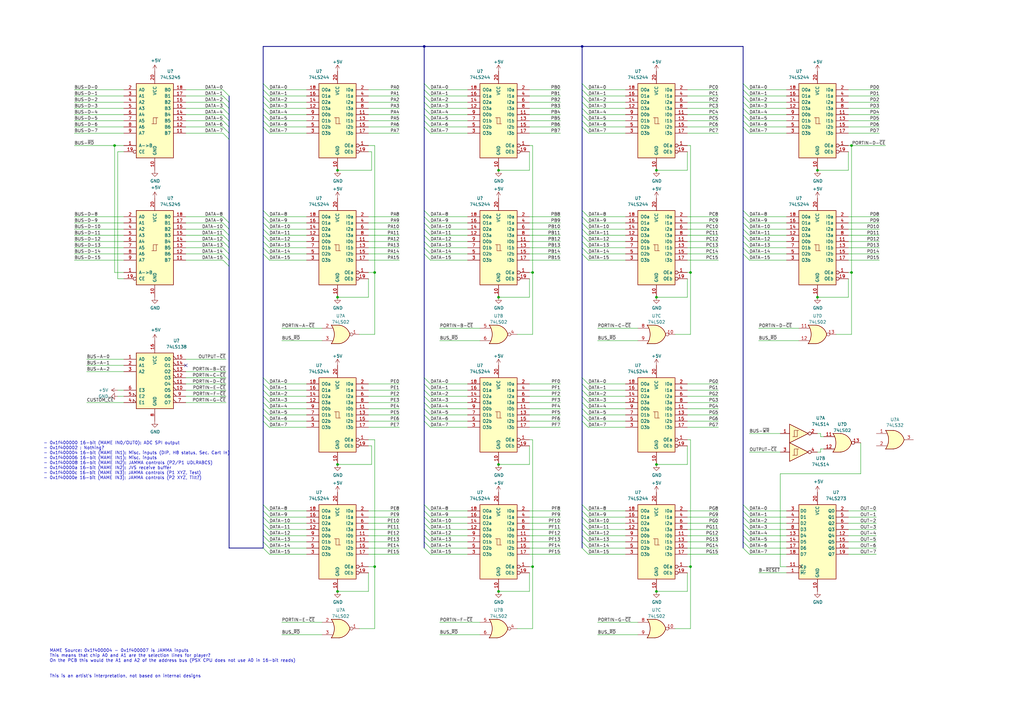
<source format=kicad_sch>
(kicad_sch (version 20211123) (generator eeschema)
  (paper "A3")
  (junction (at 138.43 121.92))
  (junction (at 204.47 69.85))
  (junction (at 335.28 69.85))
  (junction (at 238.76 19.05))
  (junction (at 204.47 121.92))
  (junction (at 269.24 242.57))
  (junction (at 204.47 190.5))
  (junction (at 138.43 190.5))
  (junction (at 153.67 232.41))
  (junction (at 269.24 190.5))
  (junction (at 335.28 121.92))
  (junction (at 349.25 59.69))
  (junction (at 269.24 69.85))
  (junction (at 173.99 19.05))
  (junction (at 283.21 111.76))
  (junction (at 138.43 69.85))
  (junction (at 269.24 121.92))
  (junction (at 283.21 232.41))
  (junction (at 204.47 242.57))
  (junction (at 46.99 59.69))
  (junction (at 349.25 111.76))
  (junction (at 450.85 123.19))
  (junction (at 218.44 232.41))
  (junction (at 218.44 111.76))
  (junction (at 153.67 111.76))
  (junction (at 138.43 242.57))
  (no_connect (at 76.2 149.86))
  (bus_entry (at 107.95 172.72) (size 2.54 2.54))
  (bus_entry (at 238.76 96.52) (size 2.54 2.54))
  (bus_entry (at 107.95 162.56) (size 2.54 2.54))
  (bus_entry (at 173.99 224.79) (size 2.54 2.54))
  (bus_entry (at 238.76 41.91) (size 2.54 2.54))
  (bus_entry (at 304.8 41.91) (size 2.54 2.54))
  (bus_entry (at 238.76 162.56) (size 2.54 2.54))
  (bus_entry (at 304.8 214.63) (size 2.54 2.54))
  (bus_entry (at 238.76 91.44) (size 2.54 2.54))
  (bus_entry (at 304.8 44.45) (size 2.54 2.54))
  (bus_entry (at 304.8 224.79) (size 2.54 2.54))
  (bus_entry (at 304.8 101.6) (size 2.54 2.54))
  (bus_entry (at 107.95 170.18) (size 2.54 2.54))
  (bus_entry (at 107.95 44.45) (size 2.54 2.54))
  (bus_entry (at 173.99 41.91) (size 2.54 2.54))
  (bus_entry (at 304.8 217.17) (size 2.54 2.54))
  (bus_entry (at 173.99 93.98) (size 2.54 2.54))
  (bus_entry (at 107.95 219.71) (size 2.54 2.54))
  (bus_entry (at 238.76 224.79) (size 2.54 2.54))
  (bus_entry (at 91.44 46.99) (size 2.54 2.54))
  (bus_entry (at 107.95 49.53) (size 2.54 2.54))
  (bus_entry (at 173.99 34.29) (size 2.54 2.54))
  (bus_entry (at 107.95 91.44) (size 2.54 2.54))
  (bus_entry (at 238.76 46.99) (size 2.54 2.54))
  (bus_entry (at 304.8 86.36) (size 2.54 2.54))
  (bus_entry (at 107.95 93.98) (size 2.54 2.54))
  (bus_entry (at 107.95 222.25) (size 2.54 2.54))
  (bus_entry (at 304.8 96.52) (size 2.54 2.54))
  (bus_entry (at 304.8 219.71) (size 2.54 2.54))
  (bus_entry (at 238.76 219.71) (size 2.54 2.54))
  (bus_entry (at 173.99 86.36) (size 2.54 2.54))
  (bus_entry (at 238.76 165.1) (size 2.54 2.54))
  (bus_entry (at 91.44 39.37) (size 2.54 2.54))
  (bus_entry (at 107.95 224.79) (size 2.54 2.54))
  (bus_entry (at 91.44 99.06) (size 2.54 2.54))
  (bus_entry (at 173.99 96.52) (size 2.54 2.54))
  (bus_entry (at 173.99 39.37) (size 2.54 2.54))
  (bus_entry (at 304.8 93.98) (size 2.54 2.54))
  (bus_entry (at 107.95 86.36) (size 2.54 2.54))
  (bus_entry (at 107.95 96.52) (size 2.54 2.54))
  (bus_entry (at 173.99 157.48) (size 2.54 2.54))
  (bus_entry (at 107.95 34.29) (size 2.54 2.54))
  (bus_entry (at 91.44 44.45) (size 2.54 2.54))
  (bus_entry (at 91.44 54.61) (size 2.54 2.54))
  (bus_entry (at 107.95 207.01) (size 2.54 2.54))
  (bus_entry (at 238.76 170.18) (size 2.54 2.54))
  (bus_entry (at 173.99 209.55) (size 2.54 2.54))
  (bus_entry (at 173.99 170.18) (size 2.54 2.54))
  (bus_entry (at 173.99 101.6) (size 2.54 2.54))
  (bus_entry (at 91.44 96.52) (size 2.54 2.54))
  (bus_entry (at 238.76 222.25) (size 2.54 2.54))
  (bus_entry (at 173.99 217.17) (size 2.54 2.54))
  (bus_entry (at 107.95 214.63) (size 2.54 2.54))
  (bus_entry (at 173.99 214.63) (size 2.54 2.54))
  (bus_entry (at 173.99 212.09) (size 2.54 2.54))
  (bus_entry (at 238.76 49.53) (size 2.54 2.54))
  (bus_entry (at 107.95 52.07) (size 2.54 2.54))
  (bus_entry (at 107.95 167.64) (size 2.54 2.54))
  (bus_entry (at 107.95 46.99) (size 2.54 2.54))
  (bus_entry (at 238.76 214.63) (size 2.54 2.54))
  (bus_entry (at 107.95 104.14) (size 2.54 2.54))
  (bus_entry (at 173.99 91.44) (size 2.54 2.54))
  (bus_entry (at 304.8 207.01) (size 2.54 2.54))
  (bus_entry (at 173.99 160.02) (size 2.54 2.54))
  (bus_entry (at 304.8 104.14) (size 2.54 2.54))
  (bus_entry (at 107.95 154.94) (size 2.54 2.54))
  (bus_entry (at 304.8 46.99) (size 2.54 2.54))
  (bus_entry (at 107.95 36.83) (size 2.54 2.54))
  (bus_entry (at 238.76 167.64) (size 2.54 2.54))
  (bus_entry (at 304.8 36.83) (size 2.54 2.54))
  (bus_entry (at 238.76 44.45) (size 2.54 2.54))
  (bus_entry (at 238.76 172.72) (size 2.54 2.54))
  (bus_entry (at 304.8 222.25) (size 2.54 2.54))
  (bus_entry (at 304.8 39.37) (size 2.54 2.54))
  (bus_entry (at 173.99 165.1) (size 2.54 2.54))
  (bus_entry (at 107.95 209.55) (size 2.54 2.54))
  (bus_entry (at 304.8 34.29) (size 2.54 2.54))
  (bus_entry (at 238.76 207.01) (size 2.54 2.54))
  (bus_entry (at 173.99 219.71) (size 2.54 2.54))
  (bus_entry (at 173.99 44.45) (size 2.54 2.54))
  (bus_entry (at 238.76 88.9) (size 2.54 2.54))
  (bus_entry (at 304.8 52.07) (size 2.54 2.54))
  (bus_entry (at 238.76 99.06) (size 2.54 2.54))
  (bus_entry (at 238.76 154.94) (size 2.54 2.54))
  (bus_entry (at 91.44 106.68) (size 2.54 2.54))
  (bus_entry (at 91.44 36.83) (size 2.54 2.54))
  (bus_entry (at 91.44 52.07) (size 2.54 2.54))
  (bus_entry (at 173.99 52.07) (size 2.54 2.54))
  (bus_entry (at 238.76 104.14) (size 2.54 2.54))
  (bus_entry (at 238.76 160.02) (size 2.54 2.54))
  (bus_entry (at 91.44 91.44) (size 2.54 2.54))
  (bus_entry (at 304.8 49.53) (size 2.54 2.54))
  (bus_entry (at 238.76 52.07) (size 2.54 2.54))
  (bus_entry (at 173.99 104.14) (size 2.54 2.54))
  (bus_entry (at 304.8 209.55) (size 2.54 2.54))
  (bus_entry (at 173.99 154.94) (size 2.54 2.54))
  (bus_entry (at 91.44 49.53) (size 2.54 2.54))
  (bus_entry (at 107.95 212.09) (size 2.54 2.54))
  (bus_entry (at 91.44 104.14) (size 2.54 2.54))
  (bus_entry (at 304.8 88.9) (size 2.54 2.54))
  (bus_entry (at 304.8 91.44) (size 2.54 2.54))
  (bus_entry (at 91.44 93.98) (size 2.54 2.54))
  (bus_entry (at 91.44 88.9) (size 2.54 2.54))
  (bus_entry (at 173.99 162.56) (size 2.54 2.54))
  (bus_entry (at 238.76 101.6) (size 2.54 2.54))
  (bus_entry (at 91.44 101.6) (size 2.54 2.54))
  (bus_entry (at 173.99 167.64) (size 2.54 2.54))
  (bus_entry (at 107.95 101.6) (size 2.54 2.54))
  (bus_entry (at 107.95 217.17) (size 2.54 2.54))
  (bus_entry (at 173.99 99.06) (size 2.54 2.54))
  (bus_entry (at 238.76 217.17) (size 2.54 2.54))
  (bus_entry (at 238.76 36.83) (size 2.54 2.54))
  (bus_entry (at 107.95 160.02) (size 2.54 2.54))
  (bus_entry (at 173.99 46.99) (size 2.54 2.54))
  (bus_entry (at 107.95 157.48) (size 2.54 2.54))
  (bus_entry (at 238.76 212.09) (size 2.54 2.54))
  (bus_entry (at 238.76 86.36) (size 2.54 2.54))
  (bus_entry (at 107.95 88.9) (size 2.54 2.54))
  (bus_entry (at 238.76 209.55) (size 2.54 2.54))
  (bus_entry (at 107.95 41.91) (size 2.54 2.54))
  (bus_entry (at 107.95 165.1) (size 2.54 2.54))
  (bus_entry (at 173.99 207.01) (size 2.54 2.54))
  (bus_entry (at 107.95 39.37) (size 2.54 2.54))
  (bus_entry (at 238.76 93.98) (size 2.54 2.54))
  (bus_entry (at 173.99 88.9) (size 2.54 2.54))
  (bus_entry (at 173.99 172.72) (size 2.54 2.54))
  (bus_entry (at 107.95 99.06) (size 2.54 2.54))
  (bus_entry (at 304.8 99.06) (size 2.54 2.54))
  (bus_entry (at 304.8 212.09) (size 2.54 2.54))
  (bus_entry (at 173.99 36.83) (size 2.54 2.54))
  (bus_entry (at 173.99 49.53) (size 2.54 2.54))
  (bus_entry (at 91.44 41.91) (size 2.54 2.54))
  (bus_entry (at 173.99 222.25) (size 2.54 2.54))
  (bus_entry (at 238.76 39.37) (size 2.54 2.54))
  (bus_entry (at 238.76 157.48) (size 2.54 2.54))
  (bus_entry (at 238.76 34.29) (size 2.54 2.54))
  (bus (pts (xy 93.98 49.53) (xy 93.98 52.07)))
  (wire (pts (xy 218.44 232.41) (xy 218.44 257.81)))
  (wire (pts (xy 176.53 212.09) (xy 191.77 212.09)))
  (wire (pts (xy 46.99 59.69) (xy 46.99 111.76)))
  (bus (pts (xy 173.99 86.36) (xy 173.99 88.9)))
  (wire (pts (xy 76.2 96.52) (xy 91.44 96.52)))
  (bus (pts (xy 93.98 224.79) (xy 107.95 224.79)))
  (wire (pts (xy 217.17 69.85) (xy 217.17 62.23)))
  (wire (pts (xy 110.49 227.33) (xy 125.73 227.33)))
  (bus (pts (xy 238.76 99.06) (xy 238.76 101.6)))
  (wire (pts (xy 48.26 114.3) (xy 50.8 114.3)))
  (wire (pts (xy 241.3 162.56) (xy 256.54 162.56)))
  (wire (pts (xy 335.28 177.8) (xy 336.55 177.8)))
  (wire (pts (xy 110.49 46.99) (xy 125.73 46.99)))
  (wire (pts (xy 180.34 139.7) (xy 196.85 139.7)))
  (wire (pts (xy 92.71 165.1) (xy 76.2 165.1)))
  (wire (pts (xy 151.13 106.68) (xy 163.83 106.68)))
  (wire (pts (xy 241.3 52.07) (xy 256.54 52.07)))
  (wire (pts (xy 110.49 99.06) (xy 125.73 99.06)))
  (wire (pts (xy 281.94 99.06) (xy 294.64 99.06)))
  (wire (pts (xy 204.47 242.57) (xy 217.17 242.57)))
  (wire (pts (xy 217.17 170.18) (xy 229.87 170.18)))
  (wire (pts (xy 151.13 232.41) (xy 153.67 232.41)))
  (wire (pts (xy 180.34 134.62) (xy 196.85 134.62)))
  (wire (pts (xy 281.94 104.14) (xy 294.64 104.14)))
  (wire (pts (xy 281.94 44.45) (xy 294.64 44.45)))
  (bus (pts (xy 304.8 217.17) (xy 304.8 219.71)))
  (bus (pts (xy 107.95 86.36) (xy 107.95 88.9)))
  (wire (pts (xy 444.5 138.43) (xy 455.93 138.43)))
  (wire (pts (xy 76.2 93.98) (xy 91.44 93.98)))
  (wire (pts (xy 30.48 88.9) (xy 50.8 88.9)))
  (wire (pts (xy 281.94 175.26) (xy 294.64 175.26)))
  (wire (pts (xy 217.17 93.98) (xy 229.87 93.98)))
  (wire (pts (xy 245.11 255.27) (xy 261.62 255.27)))
  (wire (pts (xy 241.3 41.91) (xy 256.54 41.91)))
  (bus (pts (xy 238.76 39.37) (xy 238.76 41.91)))
  (wire (pts (xy 347.98 52.07) (xy 360.68 52.07)))
  (bus (pts (xy 107.95 19.05) (xy 107.95 34.29)))
  (bus (pts (xy 238.76 209.55) (xy 238.76 212.09)))
  (bus (pts (xy 173.99 160.02) (xy 173.99 162.56)))
  (bus (pts (xy 304.8 91.44) (xy 304.8 93.98)))
  (bus (pts (xy 238.76 162.56) (xy 238.76 165.1)))
  (wire (pts (xy 480.06 146.05) (xy 468.63 146.05)))
  (wire (pts (xy 241.3 93.98) (xy 256.54 93.98)))
  (wire (pts (xy 110.49 172.72) (xy 125.73 172.72)))
  (wire (pts (xy 151.13 96.52) (xy 163.83 96.52)))
  (bus (pts (xy 107.95 49.53) (xy 107.95 52.07)))
  (wire (pts (xy 151.13 162.56) (xy 163.83 162.56)))
  (wire (pts (xy 281.94 49.53) (xy 294.64 49.53)))
  (wire (pts (xy 320.04 194.31) (xy 353.06 194.31)))
  (bus (pts (xy 304.8 209.55) (xy 304.8 212.09)))
  (bus (pts (xy 107.95 165.1) (xy 107.95 167.64)))
  (wire (pts (xy 151.13 224.79) (xy 163.83 224.79)))
  (wire (pts (xy 151.13 217.17) (xy 163.83 217.17)))
  (bus (pts (xy 173.99 212.09) (xy 173.99 214.63)))
  (bus (pts (xy 304.8 104.14) (xy 304.8 207.01)))
  (wire (pts (xy 151.13 227.33) (xy 163.83 227.33)))
  (wire (pts (xy 176.53 93.98) (xy 191.77 93.98)))
  (wire (pts (xy 176.53 104.14) (xy 191.77 104.14)))
  (wire (pts (xy 217.17 41.91) (xy 229.87 41.91)))
  (wire (pts (xy 480.06 113.03) (xy 468.63 113.03)))
  (bus (pts (xy 304.8 52.07) (xy 304.8 86.36)))
  (wire (pts (xy 176.53 41.91) (xy 191.77 41.91)))
  (wire (pts (xy 336.55 184.15) (xy 337.82 184.15)))
  (bus (pts (xy 107.95 46.99) (xy 107.95 49.53)))
  (wire (pts (xy 307.34 93.98) (xy 322.58 93.98)))
  (wire (pts (xy 110.49 91.44) (xy 125.73 91.44)))
  (wire (pts (xy 115.57 255.27) (xy 132.08 255.27)))
  (wire (pts (xy 217.17 222.25) (xy 229.87 222.25)))
  (wire (pts (xy 307.34 219.71) (xy 322.58 219.71)))
  (bus (pts (xy 173.99 39.37) (xy 173.99 41.91)))
  (bus (pts (xy 173.99 170.18) (xy 173.99 172.72)))
  (wire (pts (xy 176.53 157.48) (xy 191.77 157.48)))
  (wire (pts (xy 217.17 44.45) (xy 229.87 44.45)))
  (bus (pts (xy 107.95 96.52) (xy 107.95 99.06)))
  (wire (pts (xy 241.3 104.14) (xy 256.54 104.14)))
  (bus (pts (xy 107.95 44.45) (xy 107.95 46.99)))
  (wire (pts (xy 76.2 39.37) (xy 91.44 39.37)))
  (wire (pts (xy 281.94 217.17) (xy 294.64 217.17)))
  (wire (pts (xy 347.98 209.55) (xy 359.41 209.55)))
  (wire (pts (xy 281.94 36.83) (xy 294.64 36.83)))
  (bus (pts (xy 173.99 52.07) (xy 173.99 86.36)))
  (wire (pts (xy 110.49 222.25) (xy 125.73 222.25)))
  (wire (pts (xy 444.5 115.57) (xy 455.93 115.57)))
  (wire (pts (xy 347.98 91.44) (xy 360.68 91.44)))
  (bus (pts (xy 238.76 160.02) (xy 238.76 162.56)))
  (bus (pts (xy 107.95 222.25) (xy 107.95 224.79)))
  (wire (pts (xy 151.13 59.69) (xy 153.67 59.69)))
  (bus (pts (xy 173.99 157.48) (xy 173.99 160.02)))
  (wire (pts (xy 152.4 62.23) (xy 152.4 69.85)))
  (wire (pts (xy 138.43 242.57) (xy 151.13 242.57)))
  (wire (pts (xy 110.49 219.71) (xy 125.73 219.71)))
  (wire (pts (xy 110.49 101.6) (xy 125.73 101.6)))
  (wire (pts (xy 176.53 54.61) (xy 191.77 54.61)))
  (wire (pts (xy 444.5 110.49) (xy 455.93 110.49)))
  (wire (pts (xy 281.94 172.72) (xy 294.64 172.72)))
  (wire (pts (xy 217.17 106.68) (xy 229.87 106.68)))
  (bus (pts (xy 238.76 52.07) (xy 238.76 86.36)))
  (wire (pts (xy 30.48 106.68) (xy 50.8 106.68)))
  (wire (pts (xy 281.94 160.02) (xy 294.64 160.02)))
  (wire (pts (xy 176.53 170.18) (xy 191.77 170.18)))
  (wire (pts (xy 283.21 137.16) (xy 276.86 137.16)))
  (bus (pts (xy 107.95 219.71) (xy 107.95 222.25)))
  (wire (pts (xy 76.2 49.53) (xy 91.44 49.53)))
  (wire (pts (xy 347.98 227.33) (xy 359.41 227.33)))
  (wire (pts (xy 151.13 180.34) (xy 153.67 180.34)))
  (wire (pts (xy 92.71 147.32) (xy 76.2 147.32)))
  (wire (pts (xy 151.13 104.14) (xy 163.83 104.14)))
  (wire (pts (xy 241.3 217.17) (xy 256.54 217.17)))
  (wire (pts (xy 281.94 227.33) (xy 294.64 227.33)))
  (wire (pts (xy 218.44 180.34) (xy 217.17 180.34)))
  (bus (pts (xy 238.76 217.17) (xy 238.76 219.71)))
  (wire (pts (xy 218.44 111.76) (xy 218.44 137.16)))
  (wire (pts (xy 115.57 134.62) (xy 132.08 134.62)))
  (bus (pts (xy 304.8 93.98) (xy 304.8 96.52)))
  (bus (pts (xy 107.95 99.06) (xy 107.95 101.6)))
  (wire (pts (xy 281.94 232.41) (xy 283.21 232.41)))
  (wire (pts (xy 151.13 167.64) (xy 163.83 167.64)))
  (wire (pts (xy 151.13 121.92) (xy 151.13 114.3)))
  (wire (pts (xy 450.85 125.73) (xy 450.85 123.19)))
  (wire (pts (xy 281.94 224.79) (xy 294.64 224.79)))
  (wire (pts (xy 241.3 170.18) (xy 256.54 170.18)))
  (bus (pts (xy 107.95 167.64) (xy 107.95 170.18)))
  (wire (pts (xy 347.98 96.52) (xy 360.68 96.52)))
  (wire (pts (xy 217.17 190.5) (xy 217.17 182.88)))
  (bus (pts (xy 304.8 86.36) (xy 304.8 88.9)))
  (bus (pts (xy 238.76 93.98) (xy 238.76 96.52)))
  (bus (pts (xy 93.98 91.44) (xy 93.98 93.98)))
  (wire (pts (xy 281.94 165.1) (xy 294.64 165.1)))
  (wire (pts (xy 307.34 39.37) (xy 322.58 39.37)))
  (wire (pts (xy 176.53 222.25) (xy 191.77 222.25)))
  (wire (pts (xy 217.17 101.6) (xy 229.87 101.6)))
  (wire (pts (xy 480.06 100.33) (xy 468.63 100.33)))
  (bus (pts (xy 173.99 217.17) (xy 173.99 219.71)))
  (wire (pts (xy 176.53 224.79) (xy 191.77 224.79)))
  (bus (pts (xy 238.76 104.14) (xy 238.76 154.94)))
  (wire (pts (xy 245.11 139.7) (xy 261.62 139.7)))
  (wire (pts (xy 307.34 214.63) (xy 322.58 214.63)))
  (wire (pts (xy 217.17 209.55) (xy 229.87 209.55)))
  (wire (pts (xy 110.49 36.83) (xy 125.73 36.83)))
  (wire (pts (xy 217.17 212.09) (xy 229.87 212.09)))
  (wire (pts (xy 151.13 91.44) (xy 163.83 91.44)))
  (wire (pts (xy 241.3 49.53) (xy 256.54 49.53)))
  (bus (pts (xy 107.95 157.48) (xy 107.95 160.02)))
  (bus (pts (xy 304.8 222.25) (xy 304.8 224.79)))
  (wire (pts (xy 347.98 104.14) (xy 360.68 104.14)))
  (wire (pts (xy 347.98 46.99) (xy 360.68 46.99)))
  (wire (pts (xy 176.53 209.55) (xy 191.77 209.55)))
  (wire (pts (xy 218.44 137.16) (xy 212.09 137.16)))
  (wire (pts (xy 241.3 172.72) (xy 256.54 172.72)))
  (wire (pts (xy 217.17 162.56) (xy 229.87 162.56)))
  (wire (pts (xy 217.17 52.07) (xy 229.87 52.07)))
  (wire (pts (xy 283.21 232.41) (xy 283.21 257.81)))
  (wire (pts (xy 241.3 54.61) (xy 256.54 54.61)))
  (wire (pts (xy 110.49 39.37) (xy 125.73 39.37)))
  (bus (pts (xy 238.76 88.9) (xy 238.76 91.44)))
  (wire (pts (xy 444.5 140.97) (xy 455.93 140.97)))
  (bus (pts (xy 93.98 46.99) (xy 93.98 49.53)))
  (wire (pts (xy 151.13 46.99) (xy 163.83 46.99)))
  (wire (pts (xy 347.98 101.6) (xy 360.68 101.6)))
  (wire (pts (xy 151.13 242.57) (xy 151.13 234.95)))
  (wire (pts (xy 281.94 88.9) (xy 294.64 88.9)))
  (wire (pts (xy 336.55 179.07) (xy 336.55 177.8)))
  (wire (pts (xy 76.2 99.06) (xy 91.44 99.06)))
  (wire (pts (xy 92.71 152.4) (xy 76.2 152.4)))
  (wire (pts (xy 455.93 128.27) (xy 455.93 127)))
  (bus (pts (xy 238.76 212.09) (xy 238.76 214.63)))
  (wire (pts (xy 151.13 44.45) (xy 163.83 44.45)))
  (wire (pts (xy 92.71 157.48) (xy 76.2 157.48)))
  (wire (pts (xy 455.93 127) (xy 450.85 127)))
  (wire (pts (xy 76.2 91.44) (xy 91.44 91.44)))
  (wire (pts (xy 444.5 130.81) (xy 455.93 130.81)))
  (wire (pts (xy 307.34 99.06) (xy 322.58 99.06)))
  (bus (pts (xy 173.99 209.55) (xy 173.99 212.09)))
  (wire (pts (xy 76.2 46.99) (xy 91.44 46.99)))
  (wire (pts (xy 281.94 93.98) (xy 294.64 93.98)))
  (bus (pts (xy 238.76 170.18) (xy 238.76 172.72)))
  (wire (pts (xy 176.53 101.6) (xy 191.77 101.6)))
  (wire (pts (xy 347.98 99.06) (xy 360.68 99.06)))
  (wire (pts (xy 281.94 162.56) (xy 294.64 162.56)))
  (wire (pts (xy 176.53 46.99) (xy 191.77 46.99)))
  (bus (pts (xy 238.76 167.64) (xy 238.76 170.18)))
  (wire (pts (xy 217.17 242.57) (xy 217.17 234.95)))
  (bus (pts (xy 173.99 99.06) (xy 173.99 101.6)))
  (wire (pts (xy 444.5 102.87) (xy 455.93 102.87)))
  (wire (pts (xy 217.17 36.83) (xy 229.87 36.83)))
  (wire (pts (xy 218.44 59.69) (xy 217.17 59.69)))
  (wire (pts (xy 176.53 160.02) (xy 191.77 160.02)))
  (wire (pts (xy 110.49 170.18) (xy 125.73 170.18)))
  (wire (pts (xy 480.06 118.11) (xy 468.63 118.11)))
  (bus (pts (xy 173.99 36.83) (xy 173.99 39.37)))
  (wire (pts (xy 115.57 139.7) (xy 132.08 139.7)))
  (wire (pts (xy 92.71 160.02) (xy 76.2 160.02)))
  (wire (pts (xy 241.3 46.99) (xy 256.54 46.99)))
  (bus (pts (xy 173.99 101.6) (xy 173.99 104.14)))
  (wire (pts (xy 176.53 36.83) (xy 191.77 36.83)))
  (bus (pts (xy 107.95 162.56) (xy 107.95 165.1)))
  (wire (pts (xy 307.34 49.53) (xy 322.58 49.53)))
  (wire (pts (xy 444.5 105.41) (xy 455.93 105.41)))
  (wire (pts (xy 151.13 170.18) (xy 163.83 170.18)))
  (wire (pts (xy 241.3 101.6) (xy 256.54 101.6)))
  (wire (pts (xy 48.26 62.23) (xy 48.26 114.3)))
  (wire (pts (xy 269.24 121.92) (xy 281.94 121.92)))
  (wire (pts (xy 241.3 214.63) (xy 256.54 214.63)))
  (wire (pts (xy 110.49 49.53) (xy 125.73 49.53)))
  (bus (pts (xy 173.99 167.64) (xy 173.99 170.18)))
  (wire (pts (xy 110.49 157.48) (xy 125.73 157.48)))
  (bus (pts (xy 304.8 99.06) (xy 304.8 101.6)))
  (wire (pts (xy 241.3 167.64) (xy 256.54 167.64)))
  (bus (pts (xy 238.76 19.05) (xy 173.99 19.05)))
  (wire (pts (xy 337.82 179.07) (xy 336.55 179.07)))
  (wire (pts (xy 50.8 149.86) (xy 35.56 149.86)))
  (bus (pts (xy 238.76 222.25) (xy 238.76 224.79)))
  (wire (pts (xy 241.3 175.26) (xy 256.54 175.26)))
  (wire (pts (xy 217.17 227.33) (xy 229.87 227.33)))
  (bus (pts (xy 238.76 19.05) (xy 238.76 34.29)))
  (wire (pts (xy 480.06 105.41) (xy 468.63 105.41)))
  (wire (pts (xy 176.53 39.37) (xy 191.77 39.37)))
  (wire (pts (xy 217.17 165.1) (xy 229.87 165.1)))
  (wire (pts (xy 217.17 88.9) (xy 229.87 88.9)))
  (bus (pts (xy 93.98 96.52) (xy 93.98 99.06)))
  (wire (pts (xy 241.3 44.45) (xy 256.54 44.45)))
  (bus (pts (xy 304.8 207.01) (xy 304.8 209.55)))
  (bus (pts (xy 93.98 39.37) (xy 93.98 41.91)))
  (wire (pts (xy 245.11 260.35) (xy 261.62 260.35)))
  (wire (pts (xy 241.3 219.71) (xy 256.54 219.71)))
  (wire (pts (xy 468.63 128.27) (xy 473.71 128.27)))
  (wire (pts (xy 151.13 182.88) (xy 152.4 182.88)))
  (wire (pts (xy 176.53 106.68) (xy 191.77 106.68)))
  (wire (pts (xy 281.94 209.55) (xy 294.64 209.55)))
  (wire (pts (xy 307.34 91.44) (xy 322.58 91.44)))
  (bus (pts (xy 304.8 96.52) (xy 304.8 99.06)))
  (bus (pts (xy 107.95 209.55) (xy 107.95 212.09)))
  (wire (pts (xy 281.94 54.61) (xy 294.64 54.61)))
  (wire (pts (xy 48.26 160.02) (xy 50.8 160.02)))
  (bus (pts (xy 93.98 104.14) (xy 93.98 106.68)))
  (wire (pts (xy 241.3 209.55) (xy 256.54 209.55)))
  (wire (pts (xy 217.17 121.92) (xy 217.17 114.3)))
  (bus (pts (xy 238.76 46.99) (xy 238.76 49.53)))
  (wire (pts (xy 176.53 214.63) (xy 191.77 214.63)))
  (wire (pts (xy 444.5 146.05) (xy 455.93 146.05)))
  (wire (pts (xy 176.53 99.06) (xy 191.77 99.06)))
  (wire (pts (xy 217.17 99.06) (xy 229.87 99.06)))
  (wire (pts (xy 76.2 88.9) (xy 91.44 88.9)))
  (wire (pts (xy 281.94 101.6) (xy 294.64 101.6)))
  (bus (pts (xy 173.99 34.29) (xy 173.99 36.83)))
  (wire (pts (xy 444.5 118.11) (xy 455.93 118.11)))
  (wire (pts (xy 110.49 88.9) (xy 125.73 88.9)))
  (wire (pts (xy 110.49 162.56) (xy 125.73 162.56)))
  (wire (pts (xy 151.13 54.61) (xy 163.83 54.61)))
  (wire (pts (xy 281.94 96.52) (xy 294.64 96.52)))
  (bus (pts (xy 238.76 165.1) (xy 238.76 167.64)))
  (wire (pts (xy 76.2 106.68) (xy 91.44 106.68)))
  (bus (pts (xy 93.98 109.22) (xy 93.98 224.79)))
  (wire (pts (xy 217.17 219.71) (xy 229.87 219.71)))
  (wire (pts (xy 480.06 102.87) (xy 468.63 102.87)))
  (wire (pts (xy 217.17 91.44) (xy 229.87 91.44)))
  (wire (pts (xy 151.13 99.06) (xy 163.83 99.06)))
  (wire (pts (xy 30.48 36.83) (xy 50.8 36.83)))
  (wire (pts (xy 110.49 214.63) (xy 125.73 214.63)))
  (wire (pts (xy 307.34 46.99) (xy 322.58 46.99)))
  (wire (pts (xy 204.47 121.92) (xy 217.17 121.92)))
  (wire (pts (xy 218.44 257.81) (xy 212.09 257.81)))
  (wire (pts (xy 152.4 182.88) (xy 152.4 190.5)))
  (wire (pts (xy 241.3 160.02) (xy 256.54 160.02)))
  (bus (pts (xy 238.76 172.72) (xy 238.76 207.01)))
  (bus (pts (xy 238.76 44.45) (xy 238.76 46.99)))
  (wire (pts (xy 92.71 154.94) (xy 76.2 154.94)))
  (wire (pts (xy 180.34 260.35) (xy 196.85 260.35)))
  (wire (pts (xy 217.17 214.63) (xy 229.87 214.63)))
  (bus (pts (xy 173.99 104.14) (xy 173.99 154.94)))
  (wire (pts (xy 241.3 157.48) (xy 256.54 157.48)))
  (bus (pts (xy 107.95 39.37) (xy 107.95 41.91)))
  (bus (pts (xy 238.76 49.53) (xy 238.76 52.07)))
  (wire (pts (xy 50.8 152.4) (xy 35.56 152.4)))
  (wire (pts (xy 110.49 54.61) (xy 125.73 54.61)))
  (bus (pts (xy 173.99 49.53) (xy 173.99 52.07)))
  (bus (pts (xy 107.95 212.09) (xy 107.95 214.63)))
  (wire (pts (xy 480.06 115.57) (xy 468.63 115.57)))
  (bus (pts (xy 173.99 165.1) (xy 173.99 167.64)))
  (wire (pts (xy 153.67 180.34) (xy 153.67 232.41)))
  (wire (pts (xy 76.2 36.83) (xy 91.44 36.83)))
  (bus (pts (xy 304.8 212.09) (xy 304.8 214.63)))
  (wire (pts (xy 347.98 219.71) (xy 359.41 219.71)))
  (wire (pts (xy 347.98 212.09) (xy 359.41 212.09)))
  (wire (pts (xy 30.48 96.52) (xy 50.8 96.52)))
  (wire (pts (xy 353.06 181.61) (xy 353.06 194.31)))
  (bus (pts (xy 173.99 44.45) (xy 173.99 46.99)))
  (wire (pts (xy 307.34 222.25) (xy 322.58 222.25)))
  (wire (pts (xy 110.49 167.64) (xy 125.73 167.64)))
  (wire (pts (xy 76.2 52.07) (xy 91.44 52.07)))
  (bus (pts (xy 93.98 93.98) (xy 93.98 96.52)))
  (wire (pts (xy 455.93 99.06) (xy 455.93 100.33)))
  (wire (pts (xy 153.67 257.81) (xy 147.32 257.81)))
  (wire (pts (xy 110.49 41.91) (xy 125.73 41.91)))
  (bus (pts (xy 238.76 86.36) (xy 238.76 88.9)))
  (wire (pts (xy 176.53 167.64) (xy 191.77 167.64)))
  (wire (pts (xy 151.13 111.76) (xy 153.67 111.76)))
  (wire (pts (xy 444.5 120.65) (xy 455.93 120.65)))
  (wire (pts (xy 110.49 209.55) (xy 125.73 209.55)))
  (wire (pts (xy 176.53 219.71) (xy 191.77 219.71)))
  (bus (pts (xy 238.76 207.01) (xy 238.76 209.55)))
  (wire (pts (xy 347.98 111.76) (xy 349.25 111.76)))
  (wire (pts (xy 444.5 113.03) (xy 455.93 113.03)))
  (wire (pts (xy 241.3 39.37) (xy 256.54 39.37)))
  (wire (pts (xy 151.13 219.71) (xy 163.83 219.71)))
  (wire (pts (xy 153.67 111.76) (xy 153.67 137.16)))
  (wire (pts (xy 281.94 167.64) (xy 294.64 167.64)))
  (bus (pts (xy 304.8 34.29) (xy 304.8 36.83)))
  (wire (pts (xy 151.13 160.02) (xy 163.83 160.02)))
  (bus (pts (xy 304.8 101.6) (xy 304.8 104.14)))
  (bus (pts (xy 107.95 214.63) (xy 107.95 217.17)))
  (wire (pts (xy 281.94 111.76) (xy 283.21 111.76)))
  (bus (pts (xy 238.76 41.91) (xy 238.76 44.45)))
  (wire (pts (xy 473.71 125.73) (xy 468.63 125.73)))
  (wire (pts (xy 151.13 172.72) (xy 163.83 172.72)))
  (wire (pts (xy 217.17 104.14) (xy 229.87 104.14)))
  (wire (pts (xy 336.55 185.42) (xy 336.55 184.15)))
  (bus (pts (xy 107.95 88.9) (xy 107.95 91.44)))
  (bus (pts (xy 93.98 41.91) (xy 93.98 44.45)))
  (wire (pts (xy 281.94 214.63) (xy 294.64 214.63)))
  (wire (pts (xy 281.94 41.91) (xy 294.64 41.91)))
  (bus (pts (xy 173.99 207.01) (xy 173.99 209.55)))
  (bus (pts (xy 93.98 52.07) (xy 93.98 54.61)))
  (wire (pts (xy 241.3 224.79) (xy 256.54 224.79)))
  (wire (pts (xy 217.17 49.53) (xy 229.87 49.53)))
  (wire (pts (xy 151.13 214.63) (xy 163.83 214.63)))
  (bus (pts (xy 173.99 219.71) (xy 173.99 222.25)))
  (wire (pts (xy 307.34 101.6) (xy 322.58 101.6)))
  (wire (pts (xy 241.3 165.1) (xy 256.54 165.1)))
  (bus (pts (xy 107.95 52.07) (xy 107.95 86.36)))
  (wire (pts (xy 138.43 121.92) (xy 151.13 121.92)))
  (wire (pts (xy 46.99 59.69) (xy 30.48 59.69)))
  (wire (pts (xy 347.98 41.91) (xy 360.68 41.91)))
  (wire (pts (xy 283.21 111.76) (xy 283.21 137.16)))
  (wire (pts (xy 335.28 69.85) (xy 347.98 69.85)))
  (bus (pts (xy 173.99 19.05) (xy 173.99 34.29)))
  (wire (pts (xy 245.11 134.62) (xy 261.62 134.62)))
  (wire (pts (xy 281.94 91.44) (xy 294.64 91.44)))
  (wire (pts (xy 151.13 41.91) (xy 163.83 41.91)))
  (bus (pts (xy 304.8 19.05) (xy 304.8 34.29)))
  (wire (pts (xy 320.04 185.42) (xy 307.34 185.42)))
  (bus (pts (xy 107.95 160.02) (xy 107.95 162.56)))
  (bus (pts (xy 173.99 88.9) (xy 173.99 91.44)))
  (wire (pts (xy 349.25 59.69) (xy 363.22 59.69)))
  (bus (pts (xy 238.76 154.94) (xy 238.76 157.48)))
  (wire (pts (xy 204.47 190.5) (xy 217.17 190.5)))
  (wire (pts (xy 241.3 91.44) (xy 256.54 91.44)))
  (wire (pts (xy 480.06 123.19) (xy 468.63 123.19)))
  (bus (pts (xy 107.95 170.18) (xy 107.95 172.72)))
  (bus (pts (xy 238.76 219.71) (xy 238.76 222.25)))
  (wire (pts (xy 347.98 49.53) (xy 360.68 49.53)))
  (wire (pts (xy 76.2 41.91) (xy 91.44 41.91)))
  (wire (pts (xy 281.94 222.25) (xy 294.64 222.25)))
  (wire (pts (xy 151.13 88.9) (xy 163.83 88.9)))
  (wire (pts (xy 281.94 182.88) (xy 281.94 190.5)))
  (wire (pts (xy 217.17 96.52) (xy 229.87 96.52)))
  (wire (pts (xy 281.94 219.71) (xy 294.64 219.71)))
  (bus (pts (xy 173.99 19.05) (xy 107.95 19.05)))
  (wire (pts (xy 110.49 96.52) (xy 125.73 96.52)))
  (wire (pts (xy 307.34 224.79) (xy 322.58 224.79)))
  (wire (pts (xy 217.17 175.26) (xy 229.87 175.26)))
  (bus (pts (xy 304.8 39.37) (xy 304.8 41.91)))
  (wire (pts (xy 241.3 96.52) (xy 256.54 96.52)))
  (wire (pts (xy 180.34 255.27) (xy 196.85 255.27)))
  (wire (pts (xy 217.17 157.48) (xy 229.87 157.48)))
  (wire (pts (xy 176.53 88.9) (xy 191.77 88.9)))
  (wire (pts (xy 176.53 175.26) (xy 191.77 175.26)))
  (bus (pts (xy 173.99 93.98) (xy 173.99 96.52)))
  (wire (pts (xy 217.17 46.99) (xy 229.87 46.99)))
  (wire (pts (xy 30.48 49.53) (xy 50.8 49.53)))
  (bus (pts (xy 304.8 219.71) (xy 304.8 222.25)))
  (bus (pts (xy 107.95 93.98) (xy 107.95 96.52)))
  (wire (pts (xy 151.13 157.48) (xy 163.83 157.48)))
  (wire (pts (xy 480.06 107.95) (xy 468.63 107.95)))
  (wire (pts (xy 48.26 162.56) (xy 50.8 162.56)))
  (bus (pts (xy 93.98 44.45) (xy 93.98 46.99)))
  (wire (pts (xy 241.3 106.68) (xy 256.54 106.68)))
  (wire (pts (xy 444.5 133.35) (xy 455.93 133.35)))
  (wire (pts (xy 218.44 232.41) (xy 218.44 180.34)))
  (wire (pts (xy 50.8 62.23) (xy 48.26 62.23)))
  (wire (pts (xy 455.93 99.06) (xy 450.85 99.06)))
  (wire (pts (xy 176.53 52.07) (xy 191.77 52.07)))
  (bus (pts (xy 107.95 91.44) (xy 107.95 93.98)))
  (wire (pts (xy 30.48 44.45) (xy 50.8 44.45)))
  (wire (pts (xy 281.94 170.18) (xy 294.64 170.18)))
  (bus (pts (xy 173.99 154.94) (xy 173.99 157.48)))
  (bus (pts (xy 304.8 19.05) (xy 238.76 19.05)))
  (wire (pts (xy 217.17 54.61) (xy 229.87 54.61)))
  (bus (pts (xy 107.95 154.94) (xy 107.95 157.48)))
  (wire (pts (xy 283.21 180.34) (xy 283.21 232.41)))
  (wire (pts (xy 307.34 217.17) (xy 322.58 217.17)))
  (wire (pts (xy 50.8 165.1) (xy 35.56 165.1)))
  (bus (pts (xy 304.8 46.99) (xy 304.8 49.53)))
  (wire (pts (xy 151.13 36.83) (xy 163.83 36.83)))
  (wire (pts (xy 50.8 59.69) (xy 46.99 59.69)))
  (wire (pts (xy 444.5 107.95) (xy 455.93 107.95)))
  (wire (pts (xy 176.53 217.17) (xy 191.77 217.17)))
  (wire (pts (xy 76.2 104.14) (xy 91.44 104.14)))
  (wire (pts (xy 349.25 137.16) (xy 342.9 137.16)))
  (wire (pts (xy 30.48 52.07) (xy 50.8 52.07)))
  (wire (pts (xy 76.2 101.6) (xy 91.44 101.6)))
  (wire (pts (xy 151.13 62.23) (xy 152.4 62.23)))
  (bus (pts (xy 238.76 36.83) (xy 238.76 39.37)))
  (wire (pts (xy 347.98 222.25) (xy 359.41 222.25)))
  (wire (pts (xy 335.28 121.92) (xy 347.98 121.92)))
  (bus (pts (xy 107.95 36.83) (xy 107.95 39.37)))
  (wire (pts (xy 176.53 91.44) (xy 191.77 91.44)))
  (wire (pts (xy 151.13 222.25) (xy 163.83 222.25)))
  (wire (pts (xy 217.17 111.76) (xy 218.44 111.76)))
  (wire (pts (xy 176.53 227.33) (xy 191.77 227.33)))
  (wire (pts (xy 307.34 104.14) (xy 322.58 104.14)))
  (bus (pts (xy 304.8 44.45) (xy 304.8 46.99)))
  (wire (pts (xy 151.13 52.07) (xy 163.83 52.07)))
  (wire (pts (xy 347.98 217.17) (xy 359.41 217.17)))
  (bus (pts (xy 173.99 162.56) (xy 173.99 165.1)))
  (bus (pts (xy 93.98 106.68) (xy 93.98 109.22)))
  (wire (pts (xy 322.58 234.95) (xy 311.15 234.95)))
  (wire (pts (xy 153.67 232.41) (xy 153.67 257.81)))
  (wire (pts (xy 307.34 54.61) (xy 322.58 54.61)))
  (wire (pts (xy 468.63 148.59) (xy 473.71 148.59)))
  (wire (pts (xy 153.67 137.16) (xy 147.32 137.16)))
  (wire (pts (xy 281.94 180.34) (xy 283.21 180.34)))
  (wire (pts (xy 217.17 217.17) (xy 229.87 217.17)))
  (wire (pts (xy 110.49 165.1) (xy 125.73 165.1)))
  (bus (pts (xy 304.8 36.83) (xy 304.8 39.37)))
  (wire (pts (xy 335.28 185.42) (xy 336.55 185.42)))
  (wire (pts (xy 110.49 217.17) (xy 125.73 217.17)))
  (wire (pts (xy 347.98 88.9) (xy 360.68 88.9)))
  (wire (pts (xy 217.17 160.02) (xy 229.87 160.02)))
  (bus (pts (xy 238.76 96.52) (xy 238.76 99.06)))
  (wire (pts (xy 30.48 54.61) (xy 50.8 54.61)))
  (wire (pts (xy 76.2 54.61) (xy 91.44 54.61)))
  (wire (pts (xy 30.48 104.14) (xy 50.8 104.14)))
  (wire (pts (xy 281.94 212.09) (xy 294.64 212.09)))
  (wire (pts (xy 110.49 224.79) (xy 125.73 224.79)))
  (wire (pts (xy 30.48 46.99) (xy 50.8 46.99)))
  (wire (pts (xy 204.47 69.85) (xy 217.17 69.85)))
  (wire (pts (xy 307.34 52.07) (xy 322.58 52.07)))
  (bus (pts (xy 238.76 214.63) (xy 238.76 217.17)))
  (wire (pts (xy 307.34 227.33) (xy 322.58 227.33)))
  (wire (pts (xy 115.57 260.35) (xy 132.08 260.35)))
  (wire (pts (xy 281.94 106.68) (xy 294.64 106.68)))
  (bus (pts (xy 107.95 104.14) (xy 107.95 154.94)))
  (wire (pts (xy 347.98 93.98) (xy 360.68 93.98)))
  (wire (pts (xy 241.3 36.83) (xy 256.54 36.83)))
  (wire (pts (xy 347.98 39.37) (xy 360.68 39.37)))
  (wire (pts (xy 444.5 135.89) (xy 455.93 135.89)))
  (wire (pts (xy 30.48 39.37) (xy 50.8 39.37)))
  (wire (pts (xy 217.17 39.37) (xy 229.87 39.37)))
  (wire (pts (xy 480.06 110.49) (xy 468.63 110.49)))
  (wire (pts (xy 307.34 41.91) (xy 322.58 41.91)))
  (wire (pts (xy 307.34 177.8) (xy 320.04 177.8)))
  (wire (pts (xy 347.98 44.45) (xy 360.68 44.45)))
  (wire (pts (xy 307.34 209.55) (xy 322.58 209.55)))
  (wire (pts (xy 176.53 44.45) (xy 191.77 44.45)))
  (wire (pts (xy 176.53 165.1) (xy 191.77 165.1)))
  (bus (pts (xy 173.99 96.52) (xy 173.99 99.06)))
  (wire (pts (xy 311.15 134.62) (xy 327.66 134.62)))
  (wire (pts (xy 151.13 175.26) (xy 163.83 175.26)))
  (wire (pts (xy 92.71 162.56) (xy 76.2 162.56)))
  (wire (pts (xy 176.53 49.53) (xy 191.77 49.53)))
  (wire (pts (xy 347.98 54.61) (xy 360.68 54.61)))
  (wire (pts (xy 347.98 214.63) (xy 359.41 214.63)))
  (wire (pts (xy 347.98 59.69) (xy 349.25 59.69)))
  (bus (pts (xy 107.95 34.29) (xy 107.95 36.83)))
  (wire (pts (xy 76.2 44.45) (xy 91.44 44.45)))
  (bus (pts (xy 304.8 41.91) (xy 304.8 44.45)))
  (wire (pts (xy 347.98 106.68) (xy 360.68 106.68)))
  (wire (pts (xy 307.34 44.45) (xy 322.58 44.45)))
  (bus (pts (xy 173.99 46.99) (xy 173.99 49.53)))
  (bus (pts (xy 93.98 57.15) (xy 93.98 91.44)))
  (wire (pts (xy 281.94 190.5) (xy 269.24 190.5)))
  (wire (pts (xy 320.04 232.41) (xy 320.04 194.31)))
  (wire (pts (xy 110.49 93.98) (xy 125.73 93.98)))
  (wire (pts (xy 281.94 39.37) (xy 294.64 39.37)))
  (wire (pts (xy 110.49 104.14) (xy 125.73 104.14)))
  (wire (pts (xy 347.98 121.92) (xy 347.98 114.3)))
  (wire (pts (xy 176.53 96.52) (xy 191.77 96.52)))
  (wire (pts (xy 50.8 147.32) (xy 35.56 147.32)))
  (bus (pts (xy 238.76 91.44) (xy 238.76 93.98)))
  (wire (pts (xy 110.49 175.26) (xy 125.73 175.26)))
  (wire (pts (xy 110.49 212.09) (xy 125.73 212.09)))
  (wire (pts (xy 281.94 69.85) (xy 269.24 69.85)))
  (wire (pts (xy 311.15 139.7) (xy 327.66 139.7)))
  (bus (pts (xy 93.98 101.6) (xy 93.98 104.14)))
  (bus (pts (xy 107.95 172.72) (xy 107.95 207.01)))
  (wire (pts (xy 241.3 212.09) (xy 256.54 212.09)))
  (wire (pts (xy 349.25 59.69) (xy 349.25 111.76)))
  (wire (pts (xy 152.4 190.5) (xy 138.43 190.5)))
  (wire (pts (xy 307.34 106.68) (xy 322.58 106.68)))
  (wire (pts (xy 30.48 91.44) (xy 50.8 91.44)))
  (wire (pts (xy 281.94 121.92) (xy 281.94 114.3)))
  (wire (pts (xy 151.13 209.55) (xy 163.83 209.55)))
  (wire (pts (xy 241.3 227.33) (xy 256.54 227.33)))
  (bus (pts (xy 238.76 157.48) (xy 238.76 160.02)))
  (wire (pts (xy 307.34 36.83) (xy 322.58 36.83)))
  (wire (pts (xy 281.94 157.48) (xy 294.64 157.48)))
  (wire (pts (xy 30.48 101.6) (xy 50.8 101.6)))
  (wire (pts (xy 269.24 242.57) (xy 281.94 242.57)))
  (bus (pts (xy 93.98 99.06) (xy 93.98 101.6)))
  (wire (pts (xy 217.17 172.72) (xy 229.87 172.72)))
  (bus (pts (xy 107.95 207.01) (xy 107.95 209.55)))
  (wire (pts (xy 151.13 101.6) (xy 163.83 101.6)))
  (wire (pts (xy 30.48 41.91) (xy 50.8 41.91)))
  (wire (pts (xy 283.21 257.81) (xy 276.86 257.81)))
  (wire (pts (xy 444.5 143.51) (xy 455.93 143.51)))
  (wire (pts (xy 347.98 69.85) (xy 347.98 62.23)))
  (wire (pts (xy 347.98 224.79) (xy 359.41 224.79)))
  (wire (pts (xy 241.3 222.25) (xy 256.54 222.25)))
  (wire (pts (xy 444.5 148.59) (xy 455.93 148.59)))
  (bus (pts (xy 107.95 217.17) (xy 107.95 219.71)))
  (wire (pts (xy 110.49 52.07) (xy 125.73 52.07)))
  (wire (pts (xy 30.48 93.98) (xy 50.8 93.98)))
  (wire (pts (xy 110.49 106.68) (xy 125.73 106.68)))
  (bus (pts (xy 107.95 41.91) (xy 107.95 44.45)))
  (wire (pts (xy 281.94 52.07) (xy 294.64 52.07)))
  (wire (pts (xy 176.53 172.72) (xy 191.77 172.72)))
  (wire (pts (xy 151.13 39.37) (xy 163.83 39.37)))
  (wire (pts (xy 455.93 125.73) (xy 450.85 125.73)))
  (wire (pts (xy 320.04 232.41) (xy 322.58 232.41)))
  (wire (pts (xy 152.4 69.85) (xy 138.43 69.85)))
  (wire (pts (xy 176.53 162.56) (xy 191.77 162.56)))
  (wire (pts (xy 241.3 88.9) (xy 256.54 88.9)))
  (wire (pts (xy 480.06 120.65) (xy 468.63 120.65)))
  (wire (pts (xy 307.34 88.9) (xy 322.58 88.9)))
  (wire (pts (xy 217.17 224.79) (xy 229.87 224.79)))
  (bus (pts (xy 304.8 88.9) (xy 304.8 91.44)))
  (wire (pts (xy 153.67 111.76) (xy 153.67 59.69)))
  (wire (pts (xy 307.34 212.09) (xy 322.58 212.09)))
  (wire (pts (xy 217.17 232.41) (xy 218.44 232.41)))
  (wire (pts (xy 218.44 111.76) (xy 218.44 59.69)))
  (bus (pts (xy 238.76 34.29) (xy 238.76 36.83)))
  (wire (pts (xy 281.94 242.57) (xy 281.94 234.95)))
  (wire (pts (xy 281.94 46.99) (xy 294.64 46.99)))
  (wire (pts (xy 307.34 96.52) (xy 322.58 96.52)))
  (bus (pts (xy 173.99 172.72) (xy 173.99 207.01)))
  (wire (pts (xy 151.13 49.53) (xy 163.83 49.53)))
  (wire (pts (xy 30.48 99.06) (xy 50.8 99.06)))
  (wire (pts (xy 151.13 93.98) (xy 163.83 93.98)))
  (wire (pts (xy 110.49 160.02) (xy 125.73 160.02)))
  (wire (pts (xy 349.25 111.76) (xy 349.25 137.16)))
  (wire (pts (xy 281.94 59.69) (xy 283.21 59.69)))
  (bus (pts (xy 304.8 49.53) (xy 304.8 52.07)))
  (bus (pts (xy 238.76 101.6) (xy 238.76 104.14)))
  (wire (pts (xy 283.21 59.69) (xy 283.21 111.76)))
  (wire (pts (xy 151.13 212.09) (xy 163.83 212.09)))
  (bus (pts (xy 173.99 214.63) (xy 173.99 217.17)))
  (bus (pts (xy 304.8 214.63) (xy 304.8 217.17)))
  (wire (pts (xy 347.98 36.83) (xy 360.68 36.83)))
  (wire (pts (xy 450.85 123.19) (xy 455.93 123.19)))
  (bus (pts (xy 173.99 91.44) (xy 173.99 93.98)))
  (wire (pts (xy 46.99 111.76) (xy 50.8 111.76)))
  (wire (pts (xy 151.13 165.1) (xy 163.83 165.1)))
  (wire (pts (xy 110.49 44.45) (xy 125.73 44.45)))
  (wire (pts (xy 241.3 99.06) (xy 256.54 99.06)))
  (bus (pts (xy 107.95 101.6) (xy 107.95 104.14)))
  (bus (pts (xy 173.99 222.25) (xy 173.99 224.79)))
  (bus (pts (xy 93.98 54.61) (xy 93.98 57.15)))
  (bus (pts (xy 173.99 41.91) (xy 173.99 44.45)))
  (wire (pts (xy 217.17 167.64) (xy 229.87 167.64)))
  (wire (pts (xy 281.94 62.23) (xy 281.94 69.85)))
  (text "This is an artist’s interpretation, not based on internal designs" (at 20.32 278.13 0) (effects (font (size 1.27 1.27)) (justify left bottom)))
  (text "MAME Source: 0x1f400004 - 0x1f400007 is JAMMA inputs\nThis means that chip A0 and A1 are the selection lines for player?\nOn the PCB this would the A1 and A2 of the address bus (PSX CPU does not use A0 in 16-bit reads)" (at 20.32 271.78 0) (effects (font (size 1.27 1.27)) (justify left bottom)))
  (text "- 0x1f400000 16-bit (MAME IN0/OUT0): ADC SPI output\n- 0x1f400002 : Nothing?\n- 0x1f400004 16-bit (MAME IN1): Misc. inputs (DIP, H8 status, Sec. Cart In)\n- 0x1f400006 16-bit (MAME IN1): Misc. inputs\n- 0x1f400008 16-bit (MAME IN2): JAMMA controls (P2/P1 UDLRABCS)\n- 0x1f40000a 16-bit (MAME IN2): JVS receive buffer\n- 0x1f40000c 16-bit (MAME IN3): JAMMA controls (P1 XYZ, Test)\n- 0x1f40000e 16-bit (MAME IN3): JAMMA controls (P2 XYZ, Tilt?)" (at 17.78 196.85 0) (effects (font (size 1.27 1.27)) (justify left bottom)))
  (label "PG1" (at 294.64 160.02 180))
  (label "DATA-3" (at 176.53 44.45 0))
  (label "PE15" (at 163.83 227.33 180))
  (label "DATA-1" (at 110.49 160.02 0))
  (label "PF2" (at 229.87 162.56 180))
  (label "PF1" (at 229.87 160.02 180))
  (label "PD9" (at 360.68 91.44 180))
  (label "PORTIN-B-~{CE}" (at 180.34 134.62 0))
  (label "OUTPUT-~{CE}" (at 92.71 147.32 180))
  (label "PG2" (at 294.64 162.56 180))
  (label "PB2" (at 229.87 41.91 180))
  (label "PORTIN-D-~{CE}" (at 311.15 134.62 0))
  (label "DATA-5" (at 307.34 222.25 0))
  (label "PD14" (at 360.68 104.14 180))
  (label "DATA-9" (at 241.3 212.09 0))
  (label "BUS-D-7" (at 30.48 54.61 0))
  (label "PE4" (at 163.83 167.64 180))
  (label "DATA-9" (at 307.34 91.44 0))
  (label "PG7" (at 294.64 175.26 180))
  (label "DATA-7" (at 176.53 54.61 0))
  (label "OUT-1" (at 359.41 212.09 180))
  (label "DATA-12" (at 241.3 99.06 0))
  (label "DATA-1" (at 307.34 212.09 0))
  (label "PA0" (at 163.83 36.83 180))
  (label "DATA-0" (at 176.53 36.83 0))
  (label "PORTIN-F-~{CE}" (at 92.71 162.56 180))
  (label "DATA-14" (at 241.3 104.14 0))
  (label "DATA-3" (at 176.53 165.1 0))
  (label "DATA-6" (at 176.53 172.72 0))
  (label "DATA-8" (at 110.49 88.9 0))
  (label "PA8" (at 163.83 88.9 180))
  (label "PC11" (at 294.64 96.52 180))
  (label "DATA-8" (at 91.44 88.9 180))
  (label "PA2" (at 163.83 41.91 180))
  (label "DATA-11" (at 241.3 96.52 0))
  (label "DATA-12" (at 110.49 219.71 0))
  (label "DATA-10" (at 176.53 214.63 0))
  (label "DATA-4" (at 110.49 167.64 0))
  (label "PB15" (at 229.87 106.68 180))
  (label "DATA-10" (at 444.5 135.89 0))
  (label "DATA-8" (at 241.3 209.55 0))
  (label "DATA-1" (at 110.49 39.37 0))
  (label "DATA-7" (at 307.34 227.33 0))
  (label "DATA-8" (at 176.53 88.9 0))
  (label "DATA-4" (at 176.53 167.64 0))
  (label "DATA-9" (at 241.3 91.44 0))
  (label "DATA-3" (at 110.49 44.45 0))
  (label "DATA-3" (at 241.3 44.45 0))
  (label "DATA-13" (at 176.53 222.25 0))
  (label "DATA-6" (at 307.34 52.07 0))
  (label "DATA-6" (at 110.49 172.72 0))
  (label "DATA-5" (at 444.5 115.57 0))
  (label "PD15" (at 360.68 106.68 180))
  (label "PF4" (at 229.87 167.64 180))
  (label "DATA-4" (at 444.5 113.03 0))
  (label "DATA-11" (at 110.49 217.17 0))
  (label "DATA-10" (at 91.44 93.98 180))
  (label "CUSTOM_~{CE}" (at 35.56 165.1 0))
  (label "DATA-4" (at 91.44 46.99 180))
  (label "DATA-2" (at 176.53 162.56 0))
  (label "PORTIN-G-~{CE}" (at 245.11 255.27 0))
  (label "BUS-D-0" (at 30.48 36.83 0))
  (label "PB1" (at 229.87 39.37 180))
  (label "PG13" (at 294.64 222.25 180))
  (label "PF9" (at 229.87 212.09 180))
  (label "PD11" (at 360.68 96.52 180))
  (label "PB0" (at 229.87 36.83 180))
  (label "PB8" (at 229.87 88.9 180))
  (label "DATA-2" (at 110.49 162.56 0))
  (label "PORTIN-D-~{CE}" (at 92.71 157.48 180))
  (label "PORTIN-F-~{CE}" (at 180.34 255.27 0))
  (label "DATA-0" (at 176.53 157.48 0))
  (label "PB3" (at 229.87 44.45 180))
  (label "PD1" (at 360.68 39.37 180))
  (label "PC4" (at 294.64 46.99 180))
  (label "DATA-7" (at 91.44 54.61 180))
  (label "PE13" (at 163.83 222.25 180))
  (label "BUS_~{RD}" (at 115.57 260.35 0))
  (label "DATA-8" (at 176.53 209.55 0))
  (label "DATA-12" (at 110.49 99.06 0))
  (label "PG4" (at 294.64 167.64 180))
  (label "PF7" (at 229.87 175.26 180))
  (label "OUT-5" (at 359.41 222.25 180))
  (label "PA5" (at 163.83 49.53 180))
  (label "OUT-3" (at 359.41 217.17 180))
  (label "DATA-0" (at 91.44 36.83 180))
  (label "PA12" (at 163.83 99.06 180))
  (label "PC0" (at 294.64 36.83 180))
  (label "PORT-WR" (at 480.06 123.19 180))
  (label "DATA-12" (at 176.53 99.06 0))
  (label "DATA-13" (at 241.3 222.25 0))
  (label "DATA-15" (at 110.49 227.33 0))
  (label "DATA-6" (at 444.5 118.11 0))
  (label "DATA-10" (at 110.49 214.63 0))
  (label "DATA-0" (at 444.5 102.87 0))
  (label "PE10" (at 163.83 214.63 180))
  (label "PG14" (at 294.64 224.79 180))
  (label "PA15" (at 163.83 106.68 180))
  (label "BUS-D-9" (at 30.48 91.44 0))
  (label "DATA-5" (at 176.53 49.53 0))
  (label "PE9" (at 163.83 212.09 180))
  (label "BUS_~{RD}" (at 245.11 260.35 0))
  (label "DATA-3" (at 91.44 44.45 180))
  (label "PF8" (at 229.87 209.55 180))
  (label "PA1" (at 163.83 39.37 180))
  (label "DATA-13" (at 110.49 101.6 0))
  (label "DATA-10" (at 241.3 214.63 0))
  (label "PC15" (at 294.64 106.68 180))
  (label "PG8" (at 294.64 209.55 180))
  (label "DATA-13" (at 307.34 101.6 0))
  (label "DATA-11" (at 176.53 217.17 0))
  (label "DATA-2" (at 241.3 41.91 0))
  (label "DATA-13" (at 176.53 101.6 0))
  (label "DATA-7" (at 241.3 175.26 0))
  (label "DATA-8" (at 307.34 88.9 0))
  (label "BUS-D-12" (at 30.48 99.06 0))
  (label "PC10" (at 294.64 93.98 180))
  (label "DATA-11" (at 110.49 96.52 0))
  (label "DATA-10" (at 307.34 93.98 0))
  (label "B-~{RESET}" (at 311.15 234.95 0))
  (label "PB9" (at 229.87 91.44 180))
  (label "OUT-2" (at 359.41 214.63 180))
  (label "PD5" (at 360.68 49.53 180))
  (label "PF10" (at 229.87 214.63 180))
  (label "PC6" (at 294.64 52.07 180))
  (label "PORT-0" (at 480.06 118.11 180))
  (label "DATA-1" (at 91.44 39.37 180))
  (label "PG3" (at 294.64 165.1 180))
  (label "PA11" (at 163.83 96.52 180))
  (label "DATA-1" (at 176.53 160.02 0))
  (label "PORTIN-B-~{CE}" (at 92.71 152.4 180))
  (label "BUS-D-1" (at 30.48 39.37 0))
  (label "DATA-12" (at 176.53 219.71 0))
  (label "BUS-D-11" (at 30.48 96.52 0))
  (label "DATA-0" (at 110.49 36.83 0))
  (label "BUS-~{WR}" (at 307.34 177.8 0))
  (label "DATA-0" (at 307.34 36.83 0))
  (label "DATA-14" (at 176.53 224.79 0))
  (label "PB7" (at 229.87 54.61 180))
  (label "DATA-4" (at 307.34 219.71 0))
  (label "DATA-6" (at 241.3 52.07 0))
  (label "PC12" (at 294.64 99.06 180))
  (label "BUS-~{RD}" (at 30.48 59.69 0))
  (label "PD7" (at 360.68 54.61 180))
  (label "PA3" (at 163.83 44.45 180))
  (label "DATA-15" (at 307.34 106.68 0))
  (label "DATA-1" (at 444.5 105.41 0))
  (label "DATA-13" (at 91.44 101.6 180))
  (label "DATA-3" (at 110.49 165.1 0))
  (label "DATA-15" (at 110.49 106.68 0))
  (label "BUS-A-1" (at 35.56 149.86 0))
  (label "DATA-5" (at 91.44 49.53 180))
  (label "PD6" (at 360.68 52.07 180))
  (label "DATA-15" (at 444.5 148.59 0))
  (label "PG12" (at 294.64 219.71 180))
  (label "DATA-14" (at 91.44 104.14 180))
  (label "BUS-D-6" (at 30.48 52.07 0))
  (label "PD8" (at 360.68 88.9 180))
  (label "DATA-14" (at 241.3 224.79 0))
  (label "BUS-D-5" (at 30.48 49.53 0))
  (label "DATA-5" (at 176.53 170.18 0))
  (label "PE2" (at 163.83 162.56 180))
  (label "BUS-A-0" (at 35.56 147.32 0))
  (label "PC1" (at 294.64 39.37 180))
  (label "PE3" (at 163.83 165.1 180))
  (label "DATA-2" (at 444.5 107.95 0))
  (label "PORTIN-C-~{CE}" (at 92.71 154.94 180))
  (label "DATA-6" (at 307.34 224.79 0))
  (label "PF5" (at 229.87 170.18 180))
  (label "DATA-5" (at 307.34 49.53 0))
  (label "PF3" (at 229.87 165.1 180))
  (label "DATA-8" (at 241.3 88.9 0))
  (label "DATA-2" (at 307.34 41.91 0))
  (label "PG15" (at 294.64 227.33 180))
  (label "PC2" (at 294.64 41.91 180))
  (label "BUS-D-2" (at 30.48 41.91 0))
  (label "BUS-D-10" (at 30.48 93.98 0))
  (label "DATA-3" (at 444.5 110.49 0))
  (label "BUS-A-2" (at 35.56 152.4 0))
  (label "DATA-3" (at 307.34 217.17 0))
  (label "DATA-2" (at 241.3 162.56 0))
  (label "DATA-9" (at 176.53 212.09 0))
  (label "DATA-0" (at 307.34 209.55 0))
  (label "PF0" (at 229.87 157.48 180))
  (label "PB13" (at 229.87 101.6 180))
  (label "PB14" (at 229.87 104.14 180))
  (label "PD4" (at 360.68 46.99 180))
  (label "PORTIN-A-~{CE}" (at 115.57 134.62 0))
  (label "PF14" (at 229.87 224.79 180))
  (label "DATA-10" (at 241.3 93.98 0))
  (label "PA4" (at 163.83 46.99 180))
  (label "DATA-2" (at 110.49 41.91 0))
  (label "OUT-4" (at 359.41 219.71 180))
  (label "DATA-11" (at 241.3 217.17 0))
  (label "DATA-2" (at 91.44 41.91 180))
  (label "DATA-9" (at 110.49 212.09 0))
  (label "PE1" (at 163.83 160.02 180))
  (label "PF11" (at 229.87 217.17 180))
  (label "PA10" (at 163.83 93.98 180))
  (label "PC8" (at 294.64 88.9 180))
  (label "DATA-14" (at 110.49 104.14 0))
  (label "DATA-9" (at 176.53 91.44 0))
  (label "DATA-5" (at 241.3 49.53 0))
  (label "OUT-7" (at 359.41 227.33 180))
  (label "DATA-4" (at 307.34 46.99 0))
  (label "PD13" (at 360.68 101.6 180))
  (label "PB12" (at 229.87 99.06 180))
  (label "PORTIN-E-~{CE}" (at 115.57 255.27 0))
  (label "PG6" (at 294.64 172.72 180))
  (label "PE12" (at 163.83 219.71 180))
  (label "DATA-9" (at 444.5 133.35 0))
  (label "DATA-15" (at 176.53 106.68 0))
  (label "PORTIN-G-~{CE}" (at 92.71 165.1 180))
  (label "DATA-4" (at 241.3 167.64 0))
  (label "DATA-4" (at 176.53 46.99 0))
  (label "DATA-15" (at 241.3 227.33 0))
  (label "PORT-1" (at 480.06 115.57 180))
  (label "PORT-RD" (at 480.06 120.65 180))
  (label "DATA-11" (at 91.44 96.52 180))
  (label "DATA-14" (at 307.34 104.14 0))
  (label "DATA-1" (at 307.34 39.37 0))
  (label "BUS_~{RD}" (at 180.34 260.35 0))
  (label "DATA-1" (at 241.3 39.37 0))
  (label "DATA-0" (at 241.3 36.83 0))
  (label "DATA-6" (at 91.44 52.07 180))
  (label "PF12" (at 229.87 219.71 180))
  (label "PG9" (at 294.64 212.09 180))
  (label "DATA-7" (at 110.49 175.26 0))
  (label "BUS-D-3" (at 30.48 44.45 0))
  (label "PB4" (at 229.87 46.99 180))
  (label "PD2" (at 360.68 41.91 180))
  (label "DATA-15" (at 176.53 227.33 0))
  (label "PORTIN-C-~{CE}" (at 245.11 134.62 0))
  (label "BUS-D-14" (at 30.48 104.14 0))
  (label "PE7" (at 163.83 175.26 180))
  (label "DATA-1" (at 241.3 160.02 0))
  (label "PE0" (at 163.83 157.48 180))
  (label "DATA-7" (at 241.3 54.61 0))
  (label "PA9" (at 163.83 91.44 180))
  (label "DATA-12" (at 444.5 140.97 0))
  (label "DATA-3" (at 307.34 44.45 0))
  (label "PF6" (at 229.87 172.72 180))
  (label "DATA-15" (at 241.3 106.68 0))
  (label "BUS-D-4" (at 30.48 46.99 0))
  (label "DATA-7" (at 307.34 54.61 0))
  (label "DATA-14" (at 110.49 224.79 0))
  (label "PG0" (at 294.64 157.48 180))
  (label "PD12" (at 360.68 99.06 180))
  (label "BUS_~{RD}" (at 180.34 139.7 0))
  (label "PB6" (at 229.87 52.07 180))
  (label "DATA-10" (at 176.53 93.98 0))
  (label "DATA-11" (at 176.53 96.52 0))
  (label "PORTIN-D-~{CE}" (at 363.22 59.69 180))
  (label "PD3" (at 360.68 44.45 180))
  (label "DATA-14" (at 444.5 146.05 0))
  (label "DATA-0" (at 241.3 157.48 0))
  (label "PB11" (at 229.87 96.52 180))
  (label "DATA-6" (at 110.49 52.07 0))
  (label "PF15" (at 229.87 227.33 180))
  (label "PC7" (at 294.64 54.61 180))
  (label "BUS-D-8" (at 30.48 88.9 0))
  (label "PE8" (at 163.83 209.55 180))
  (label "DATA-13" (at 241.3 101.6 0))
  (label "DATA-6" (at 241.3 172.72 0))
  (label "PORT-5" (at 480.06 105.41 180))
  (label "PB5" (at 229.87 49.53 180))
  (label "BUS_~{RD}" (at 311.15 139.7 0))
  (label "DATA-9" (at 110.49 91.44 0))
  (label "DATA-6" (at 176.53 52.07 0))
  (label "PA7" (at 163.83 54.61 180))
  (label "DATA-0" (at 110.49 157.48 0))
  (label "PORT-RST" (at 480.06 146.05 180))
  (label "DATA-2" (at 307.34 214.63 0))
  (label "DATA-12" (at 241.3 219.71 0))
  (label "DATA-9" (at 91.44 91.44 180))
  (label "OUT-6" (at 359.41 224.79 180))
  (label "DATA-1" (at 176.53 39.37 0))
  (label "PE14" (at 163.83 224.79 180))
  (label "BUS_~{RD}" (at 115.57 139.7 0))
  (label "DATA-11" (at 444.5 138.43 0))
  (label "PC9" (at 294.64 91.44 180))
  (label "PC5" (at 294.64 49.53 180))
  (label "DATA-13" (at 110.49 222.25 0))
  (label "PA13" (at 163.83 101.6 180))
  (label "DATA-13" (at 444.5 143.51 0))
  (label "PB10" (at 229.87 93.98 180))
  (label "DATA-15" (at 91.44 106.68 180))
  (label "DATA-4" (at 241.3 46.99 0))
  (label "PF13" (at 229.87 222.25 180))
  (label "OUT-0" (at 359.41 209.55 180))
  (label "PA14" (at 163.83 104.14 180))
  (label "DATA-3" (at 241.3 165.1 0))
  (label "PORT-7" (at 480.06 100.33 180))
  (label "BUS-D-13" (at 30.48 101.6 0))
  (label "DATA-12" (at 307.34 99.06 0))
  (label "DATA-14" (at 176.53 104.14 0))
  (label "BUS_~{RD}" (at 245.11 139.7 0))
  (label "DATA-5" (at 241.3 170.18 0))
  (label "DATA-7" (at 444.5 120.65 0))
  (label "DATA-5" (at 110.49 170.18 0))
  (label "PORT-4" (at 480.06 107.95 180))
  (label "DATA-12" (at 91.44 99.06 180))
  (label "OUTPUT-~{CE}" (at 307.34 185.42 0))
  (label "PG11" (at 294.64 217.17 180))
  (label "PD10" (at 360.68 93.98 180))
  (label "BUS-D-15" (at 30.48 106.68 0))
  (label "PG5" (at 294.64 170.18 180))
  (label "PA6" (at 163.83 52.07 180))
  (label "PE6" (at 163.83 172.72 180))
  (label "DATA-8" (at 110.49 209.55 0))
  (label "PE11" (at 163.83 217.17 180))
  (label "DATA-5" (at 110.49 49.53 0))
  (label "DATA-7" (at 176.53 175.26 0))
  (label "DATA-8" (at 444.5 130.81 0))
  (label "PORT-2" (at 480.06 113.03 180))
  (label "PORT-6" (at 480.06 102.87 180))
  (label "PD0" (at 360.68 36.83 180))
  (label "DATA-11" (at 307.34 96.52 0))
  (label "DATA-4" (at 110.49 46.99 0))
  (label "PORTIN-E-~{CE}" (at 92.71 160.02 180))
  (label "PORT-3" (at 480.06 110.49 180))
  (label "PC13" (at 294.64 101.6 180))
  (label "PE5" (at 163.83 170.18 180))
  (label "DATA-7" (at 110.49 54.61 0))
  (label "DATA-10" (at 110.49 93.98 0))
  (label "PG0" (at 294.64 214.63 180))
  (label "PC3" (at 294.64 44.45 180))
  (label "PC14" (at 294.64 104.14 180))
  (label "DATA-2" (at 176.53 41.91 0))
  (symbol (lib_id "74xx:74LS138") (at 63.5 154.94 0) (unit 1)
    (property "Reference" "U?" (at 72.39 139.7 0))
    (property "Value" "74LS138" (at 72.39 142.24 0))
    (property "Datasheet" "http://www.ti.com/lit/gpn/sn74LS138" (effects hide))
  )
  (symbol (lib_id "74xx:74LS32") (at 367.03 180.34 0) (unit 1)
    (property "Reference" "U?" (at 367.03 172.085 0))
    (property "Value" "74LS32" (at 367.03 174.3964 0))
    (property "Datasheet" "http://www.ti.com/lit/gpn/sn74LS32" (effects hide))
  )
  (symbol (lib_id "Connector_Generic:Conn_02x20_Odd_Even") (at 461.01 123.19 0) (unit 1)
    (property "Reference" "J?" (at 462.28 94.8182 0))
    (property "Value" "Conn_02x20_Odd_Even" (at 462.28 97.1296 0))
  )
  (symbol (lib_id "74xx:74LS273") (at 335.28 222.25 0) (unit 1)
    (property "Reference" "U?" (at 342.9 201.93 0))
    (property "Value" "74LS273" (at 342.9 204.47 0))
    (property "Datasheet" "http://www.ti.com/lit/gpn/sn74LS273" (effects hide))
  )
  (symbol (lib_id "74xx:74LS245") (at 63.5 49.53 0) (unit 1)
    (property "Reference" "U?" (at 69.85 29.21 0))
    (property "Value" "74LS245" (at 69.85 31.75 0))
    (property "Datasheet" "http://www.ti.com/lit/gpn/sn74LS245" (effects hide))
  )
  (symbol (lib_id "74xx:74LS245") (at 63.5 101.6 0) (unit 1)
    (property "Reference" "U?" (at 69.85 81.28 0))
    (property "Value" "74LS245" (at 69.85 83.82 0))
    (property "Datasheet" "http://www.ti.com/lit/gpn/sn74LS245" (effects hide))
  )
  (symbol (lib_id "power:+5V") (at 138.43 29.21 0) (unit 1)
    (property "Reference" "#PWR?" (effects hide))
    (property "Value" "+5V" (at 138.43 25.4 0))
  )
  (symbol (lib_id "power:GND") (at 138.43 69.85 0) (unit 1)
    (property "Reference" "#PWR?" (effects hide))
    (property "Value" "GND" (at 138.557 74.2442 0))
  )
  (symbol (lib_id "power:+5V") (at 450.85 123.19 90) (unit 1)
    (property "Reference" "#PWR?" (effects hide))
    (property "Value" "+5V" (at 445.77 123.19 90))
  )
  (symbol (lib_id "power:GND") (at 450.85 127 270) (unit 1)
    (property "Reference" "#PWR?" (effects hide))
    (property "Value" "GND" (at 445.77 127 90))
  )
  (symbol (lib_id "power:+5V") (at 335.28 201.93 0) (unit 1)
    (property "Reference" "#PWR?" (effects hide))
    (property "Value" "+5V" (at 335.661 197.5358 0))
  )
  (symbol (lib_id "power:GND") (at 335.28 242.57 0) (unit 1)
    (property "Reference" "#PWR?" (effects hide))
    (property "Value" "GND" (at 335.407 246.9642 0))
  )
  (symbol (lib_id "power:GND") (at 450.85 99.06 270) (unit 1)
    (property "Reference" "#PWR?" (effects hide))
    (property "Value" "GND" (at 445.77 99.06 90))
  )
  (symbol (lib_id "power:+5V") (at 63.5 81.28 0) (unit 1)
    (property "Reference" "#PWR?" (effects hide))
    (property "Value" "+5V" (at 63.881 76.8858 0))
  )
  (symbol (lib_id "power:GND") (at 63.5 121.92 0) (unit 1)
    (property "Reference" "#PWR?" (effects hide))
    (property "Value" "GND" (at 63.627 126.3142 0))
  )
  (symbol (lib_id "power:GND") (at 63.5 69.85 0) (unit 1)
    (property "Reference" "#PWR?" (effects hide))
    (property "Value" "GND" (at 63.627 74.2442 0))
  )
  (symbol (lib_id "power:+5V") (at 63.5 29.21 0) (unit 1)
    (property "Reference" "#PWR?" (effects hide))
    (property "Value" "+5V" (at 63.881 24.8158 0))
  )
  (symbol (lib_id "power:GND") (at 473.71 128.27 90) (unit 1)
    (property "Reference" "#PWR?" (effects hide))
    (property "Value" "GND" (at 478.79 128.27 90))
  )
  (symbol (lib_id "power:+5V") (at 473.71 125.73 270) (unit 1)
    (property "Reference" "#PWR?" (effects hide))
    (property "Value" "+5V" (at 478.79 125.73 90))
  )
  (symbol (lib_id "power:GND") (at 473.71 148.59 90) (unit 1)
    (property "Reference" "#PWR?" (effects hide))
    (property "Value" "GND" (at 478.79 148.59 90))
  )
  (symbol (lib_id "74xx:74LS14") (at 327.66 177.8 0) (unit 1)
    (property "Reference" "U?" (at 336.55 171.45 0))
    (property "Value" "74LS14" (at 336.55 173.99 0))
    (property "Datasheet" "http://www.ti.com/lit/gpn/sn74LS14" (effects hide))
  )
  (symbol (lib_id "power:+5V") (at 63.5 139.7 0) (unit 1)
    (property "Reference" "#PWR?" (effects hide))
    (property "Value" "+5V" (at 63.881 135.3058 0))
  )
  (symbol (lib_id "power:GND") (at 63.5 172.72 0) (unit 1)
    (property "Reference" "#PWR?" (effects hide))
    (property "Value" "GND" (at 63.627 177.1142 0))
  )
  (symbol (lib_id "power:+5V") (at 48.26 160.02 90) (unit 1)
    (property "Reference" "#PWR?" (effects hide))
    (property "Value" "+5V" (at 44.45 160.02 90) (effects (justify left)))
  )
  (symbol (lib_id "power:GND") (at 48.26 162.56 270) (unit 1)
    (property "Reference" "#PWR?" (effects hide))
    (property "Value" "GND" (at 44.45 162.56 90) (effects (justify right)))
  )
  (symbol (lib_id "74xx:74LS244") (at 138.43 49.53 0) (mirror y) (unit 1)
    (property "Reference" "U?" (at 130.81 29.21 0))
    (property "Value" "74LS244" (at 130.81 31.75 0))
    (property "Datasheet" "http://www.ti.com/lit/ds/symlink/sn74ls244.pdf" (effects hide))
  )
  (symbol (lib_id "power:+5V") (at 138.43 81.28 0) (unit 1)
    (property "Reference" "#PWR?" (effects hide))
    (property "Value" "+5V" (at 138.43 77.47 0))
  )
  (symbol (lib_id "power:GND") (at 138.43 121.92 0) (unit 1)
    (property "Reference" "#PWR?" (effects hide))
    (property "Value" "GND" (at 138.557 126.3142 0))
  )
  (symbol (lib_id "74xx:74LS244") (at 138.43 101.6 0) (mirror y) (unit 1)
    (property "Reference" "U?" (at 130.81 81.28 0))
    (property "Value" "74LS244" (at 130.81 83.82 0))
    (property "Datasheet" "http://www.ti.com/lit/ds/symlink/sn74ls244.pdf" (effects hide))
  )
  (symbol (lib_id "power:+5V") (at 204.47 29.21 0) (unit 1)
    (property "Reference" "#PWR?" (effects hide))
    (property "Value" "+5V" (at 204.47 25.4 0))
  )
  (symbol (lib_id "power:GND") (at 204.47 69.85 0) (unit 1)
    (property "Reference" "#PWR?" (effects hide))
    (property "Value" "GND" (at 204.597 74.2442 0))
  )
  (symbol (lib_id "74xx:74LS244") (at 204.47 49.53 0) (mirror y) (unit 1)
    (property "Reference" "U?" (at 196.85 29.21 0))
    (property "Value" "74LS244" (at 196.85 31.75 0))
    (property "Datasheet" "http://www.ti.com/lit/ds/symlink/sn74ls244.pdf" (effects hide))
  )
  (symbol (lib_id "power:+5V") (at 204.47 81.28 0) (unit 1)
    (property "Reference" "#PWR?" (effects hide))
    (property "Value" "+5V" (at 204.47 77.47 0))
  )
  (symbol (lib_id "power:GND") (at 204.47 121.92 0) (unit 1)
    (property "Reference" "#PWR?" (effects hide))
    (property "Value" "GND" (at 204.597 126.3142 0))
  )
  (symbol (lib_id "74xx:74LS244") (at 204.47 101.6 0) (mirror y) (unit 1)
    (property "Reference" "U?" (at 196.85 81.28 0))
    (property "Value" "74LS244" (at 196.85 83.82 0))
    (property "Datasheet" "http://www.ti.com/lit/ds/symlink/sn74ls244.pdf" (effects hide))
  )
  (symbol (lib_id "power:+5V") (at 269.24 29.21 0) (unit 1)
    (property "Reference" "#PWR?" (effects hide))
    (property "Value" "+5V" (at 269.24 25.4 0))
  )
  (symbol (lib_id "power:GND") (at 269.24 69.85 0) (unit 1)
    (property "Reference" "#PWR?" (effects hide))
    (property "Value" "GND" (at 269.367 74.2442 0))
  )
  (symbol (lib_id "74xx:74LS244") (at 269.24 49.53 0) (mirror y) (unit 1)
    (property "Reference" "U?" (at 261.62 29.21 0))
    (property "Value" "74LS244" (at 261.62 31.75 0))
    (property "Datasheet" "http://www.ti.com/lit/ds/symlink/sn74ls244.pdf" (effects hide))
  )
  (symbol (lib_id "power:+5V") (at 269.24 81.28 0) (unit 1)
    (property "Reference" "#PWR?" (effects hide))
    (property "Value" "+5V" (at 269.24 77.47 0))
  )
  (symbol (lib_id "power:GND") (at 269.24 121.92 0) (unit 1)
    (property "Reference" "#PWR?" (effects hide))
    (property "Value" "GND" (at 269.367 126.3142 0))
  )
  (symbol (lib_id "74xx:74LS244") (at 269.24 101.6 0) (mirror y) (unit 1)
    (property "Reference" "U?" (at 261.62 81.28 0))
    (property "Value" "74LS244" (at 261.62 83.82 0))
    (property "Datasheet" "http://www.ti.com/lit/ds/symlink/sn74ls244.pdf" (effects hide))
  )
  (symbol (lib_id "power:+5V") (at 335.28 29.21 0) (unit 1)
    (property "Reference" "#PWR?" (effects hide))
    (property "Value" "+5V" (at 335.28 25.4 0))
  )
  (symbol (lib_id "power:GND") (at 335.28 69.85 0) (unit 1)
    (property "Reference" "#PWR?" (effects hide))
    (property "Value" "GND" (at 335.407 74.2442 0))
  )
  (symbol (lib_id "74xx:74LS244") (at 335.28 49.53 0) (mirror y) (unit 1)
    (property "Reference" "U?" (at 327.66 29.21 0))
    (property "Value" "74LS244" (at 327.66 31.75 0))
    (property "Datasheet" "http://www.ti.com/lit/ds/symlink/sn74ls244.pdf" (effects hide))
  )
  (symbol (lib_id "power:+5V") (at 335.28 81.28 0) (unit 1)
    (property "Reference" "#PWR?" (effects hide))
    (property "Value" "+5V" (at 335.28 77.47 0))
  )
  (symbol (lib_id "power:GND") (at 335.28 121.92 0) (unit 1)
    (property "Reference" "#PWR?" (effects hide))
    (property "Value" "GND" (at 335.407 126.3142 0))
  )
  (symbol (lib_id "74xx:74LS244") (at 335.28 101.6 0) (mirror y) (unit 1)
    (property "Reference" "U?" (at 327.66 81.28 0))
    (property "Value" "74LS244" (at 327.66 83.82 0))
    (property "Datasheet" "http://www.ti.com/lit/ds/symlink/sn74ls244.pdf" (effects hide))
  )
  (symbol (lib_id "power:+5V") (at 138.43 149.86 0) (unit 1)
    (property "Reference" "#PWR?" (effects hide))
    (property "Value" "+5V" (at 138.43 146.05 0))
  )
  (symbol (lib_id "power:GND") (at 138.43 190.5 0) (unit 1)
    (property "Reference" "#PWR?" (effects hide))
    (property "Value" "GND" (at 138.557 194.8942 0))
  )
  (symbol (lib_id "power:+5V") (at 138.43 201.93 0) (unit 1)
    (property "Reference" "#PWR?" (effects hide))
    (property "Value" "+5V" (at 138.43 198.12 0))
  )
  (symbol (lib_id "power:GND") (at 138.43 242.57 0) (unit 1)
    (property "Reference" "#PWR?" (effects hide))
    (property "Value" "GND" (at 138.557 246.9642 0))
  )
  (symbol (lib_id "power:+5V") (at 204.47 149.86 0) (unit 1)
    (property "Reference" "#PWR?" (effects hide))
    (property "Value" "+5V" (at 204.47 146.05 0))
  )
  (symbol (lib_id "power:GND") (at 204.47 190.5 0) (unit 1)
    (property "Reference" "#PWR?" (effects hide))
    (property "Value" "GND" (at 204.597 194.8942 0))
  )
  (symbol (lib_id "74xx:74LS244") (at 204.47 170.18 0) (mirror y) (unit 1)
    (property "Reference" "U?" (at 196.85 149.86 0))
    (property "Value" "74LS244" (at 196.85 152.4 0))
    (property "Datasheet" "http://www.ti.com/lit/ds/symlink/sn74ls244.pdf" (effects hide))
  )
  (symbol (lib_id "power:+5V") (at 204.47 201.93 0) (unit 1)
    (property "Reference" "#PWR?" (effects hide))
    (property "Value" "+5V" (at 204.47 198.12 0))
  )
  (symbol (lib_id "power:GND") (at 204.47 242.57 0) (unit 1)
    (property "Reference" "#PWR?" (effects hide))
    (property "Value" "GND" (at 204.597 246.9642 0))
  )
  (symbol (lib_id "74xx:74LS244") (at 204.47 222.25 0) (mirror y) (unit 1)
    (property "Reference" "U?" (at 196.85 201.93 0))
    (property "Value" "74LS244" (at 196.85 204.47 0))
    (property "Datasheet" "http://www.ti.com/lit/ds/symlink/sn74ls244.pdf" (effects hide))
  )
  (symbol (lib_id "power:+5V") (at 269.24 149.86 0) (unit 1)
    (property "Reference" "#PWR?" (effects hide))
    (property "Value" "+5V" (at 269.24 146.05 0))
  )
  (symbol (lib_id "power:GND") (at 269.24 190.5 0) (unit 1)
    (property "Reference" "#PWR?" (effects hide))
    (property "Value" "GND" (at 269.367 194.8942 0))
  )
  (symbol (lib_id "74xx:74LS244") (at 269.24 170.18 0) (mirror y) (unit 1)
    (property "Reference" "U?" (at 261.62 149.86 0))
    (property "Value" "74LS244" (at 261.62 152.4 0))
    (property "Datasheet" "http://www.ti.com/lit/ds/symlink/sn74ls244.pdf" (effects hide))
  )
  (symbol (lib_id "power:+5V") (at 269.24 201.93 0) (unit 1)
    (property "Reference" "#PWR?" (effects hide))
    (property "Value" "+5V" (at 269.24 198.12 0))
  )
  (symbol (lib_id "power:GND") (at 269.24 242.57 0) (unit 1)
    (property "Reference" "#PWR?" (effects hide))
    (property "Value" "GND" (at 269.367 246.9642 0))
  )
  (symbol (lib_id "74xx:74LS244") (at 269.24 222.25 0) (mirror y) (unit 1)
    (property "Reference" "U?" (at 261.62 201.93 0))
    (property "Value" "74LS244" (at 261.62 204.47 0))
    (property "Datasheet" "http://www.ti.com/lit/ds/symlink/sn74ls244.pdf" (effects hide))
  )
  (symbol (lib_id "74xx:74LS244") (at 138.43 170.18 0) (mirror y) (unit 1)
    (property "Reference" "U?" (at 130.81 149.86 0))
    (property "Value" "74LS244" (at 130.81 152.4 0))
    (property "Datasheet" "http://www.ti.com/lit/ds/symlink/sn74ls244.pdf" (effects hide))
  )
  (symbol (lib_id "74xx:74LS244") (at 138.43 222.25 0) (mirror y) (unit 1)
    (property "Reference" "U?" (at 130.81 201.93 0))
    (property "Value" "74LS244" (at 130.81 204.47 0))
    (property "Datasheet" "http://www.ti.com/lit/ds/symlink/sn74ls244.pdf" (effects hide))
  )
  (symbol (lib_id "74xx:74LS02") (at 139.7 257.81 0) (unit 1)
    (property "Reference" "U?" (at 139.7 250.19 0))
    (property "Value" "74LS02" (at 139.7 252.73 0))
    (property "Datasheet" "http://www.ti.com/lit/gpn/sn74ls02" (effects hide))
  )
  (symbol (lib_id "74xx:74LS02") (at 204.47 257.81 0) (unit 2)
    (property "Reference" "U?" (at 204.47 250.19 0))
    (property "Value" "74LS02" (at 204.47 252.73 0))
    (property "Datasheet" "http://www.ti.com/lit/gpn/sn74ls02" (effects hide))
  )
  (symbol (lib_id "74xx:74LS02") (at 269.24 257.81 0) (unit 3)
    (property "Reference" "U?" (at 269.24 250.19 0))
    (property "Value" "74LS02" (at 269.24 252.73 0))
    (property "Datasheet" "http://www.ti.com/lit/gpn/sn74ls02" (effects hide))
  )
  (symbol (lib_id "74xx:74LS02") (at 139.7 137.16 0) (unit 1)
    (property "Reference" "U?" (at 139.7 129.54 0))
    (property "Value" "74LS02" (at 139.7 132.08 0))
    (property "Datasheet" "http://www.ti.com/lit/gpn/sn74ls02" (effects hide))
  )
  (symbol (lib_id "74xx:74LS02") (at 204.47 137.16 0) (unit 2)
    (property "Reference" "U?" (at 204.47 129.54 0))
    (property "Value" "74LS02" (at 204.47 132.08 0))
    (property "Datasheet" "http://www.ti.com/lit/gpn/sn74ls02" (effects hide))
  )
  (symbol (lib_id "74xx:74LS02") (at 269.24 137.16 0) (unit 3)
    (property "Reference" "U?" (at 269.24 129.54 0))
    (property "Value" "74LS02" (at 269.24 132.08 0))
    (property "Datasheet" "http://www.ti.com/lit/gpn/sn74ls02" (effects hide))
  )
  (symbol (lib_id "74xx:74LS02") (at 335.28 137.16 0) (unit 4)
    (property "Reference" "U?" (at 335.28 129.54 0))
    (property "Value" "74LS02" (at 335.28 132.08 0))
    (property "Datasheet" "http://www.ti.com/lit/gpn/sn74ls02" (effects hide))
  )
  (symbol (lib_id "74xx:74LS14") (at 327.66 185.42 0) (unit 2)
    (property "Reference" "U?" (at 336.55 187.96 0))
    (property "Value" "74LS14" (at 336.55 190.5 0))
    (property "Datasheet" "http://www.ti.com/lit/gpn/sn74LS14" (effects hide))
  )
  (symbol (lib_id "74xx:74LS02") (at 345.44 181.61 0) (unit 4)
    (property "Reference" "U?" (at 345.44 173.99 0))
    (property "Value" "74LS02" (at 345.44 176.53 0))
    (property "Datasheet" "http://www.ti.com/lit/gpn/sn74ls02" (effects hide))
  )
)
</source>
